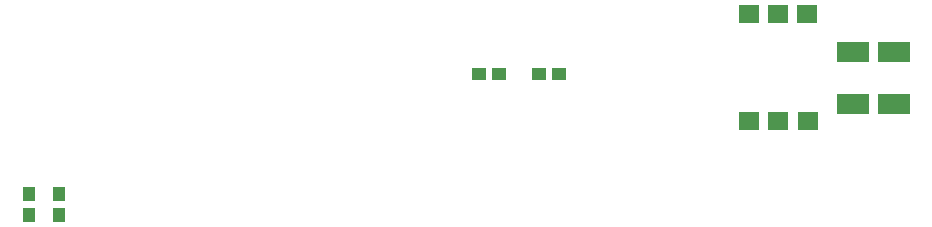
<source format=gtp>
G04 MADE WITH FRITZING*
G04 WWW.FRITZING.ORG*
G04 DOUBLE SIDED*
G04 HOLES PLATED*
G04 CONTOUR ON CENTER OF CONTOUR VECTOR*
%ASAXBY*%
%FSLAX23Y23*%
%MOIN*%
%OFA0B0*%
%SFA1.0B1.0*%
%ADD10R,0.043307X0.047244*%
%ADD11R,0.106299X0.070866*%
%ADD12R,0.070079X0.059596*%
%ADD13R,0.070079X0.059606*%
%ADD14R,0.070079X0.059370*%
%ADD15R,0.070079X0.058937*%
%ADD16R,0.070079X0.059378*%
%ADD17R,0.047244X0.043307*%
%ADD18R,0.001000X0.001000*%
%LNPASTEMASK1*%
G90*
G70*
G54D10*
X240Y1440D03*
X240Y1373D03*
X340Y1440D03*
X340Y1373D03*
G54D11*
X3123Y1915D03*
X3123Y1742D03*
X2987Y1915D03*
X2987Y1742D03*
G54D12*
X2836Y2040D03*
X2738Y2040D03*
G54D13*
X2640Y2040D03*
G54D14*
X2640Y1685D03*
G54D15*
X2737Y1685D03*
G54D16*
X2837Y1685D03*
G54D17*
X2007Y1840D03*
X1940Y1840D03*
X1807Y1840D03*
X1740Y1840D03*
G54D18*
D02*
G04 End of PasteMask1*
M02*
</source>
